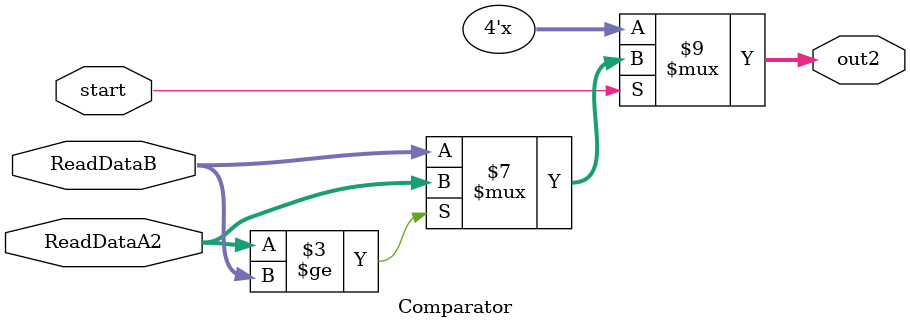
<source format=v>
`timescale 1ns / 1ps


module Comparator(
    ReadDataA2, ReadDataB, start,
    out2
);
    
input [3:0] ReadDataA2; //4bitÀÇ readÇÒ µ¥ÀÌÅÍ
input [3:0] ReadDataB; //4bitÀÇ readÇÒ µ¥ÀÌÅÍ
input start; //1bit input
output reg [3:0] out2; //ºñ±³ ÈÄ ´õ Å« °ªÀ» ÀúÀåÇÏ´Â output

initial begin //ÃÊ±âÈ­
    out2 = 4'b0000;
end

always @(*) begin
    if(start == 1) begin //start ½ÅÈ£°¡ µé¾î¿Ã ¶§
        // µÎ µ¥ÀÌÅÍÀÇ ´ë¼Ò ºñ±³ ÈÄ, ´õ Å« °ªÀ» out2¿¡ ÀúÀå
        if(ReadDataA2 >= ReadDataB) out2 <= ReadDataA2;
        else out2 <= ReadDataB;
    end //start ½ÅÈ£°¡ µé¾î¿ÀÁö ¾ÊÀ» ¶§
    else out2 <= out2;
end
    
endmodule

</source>
